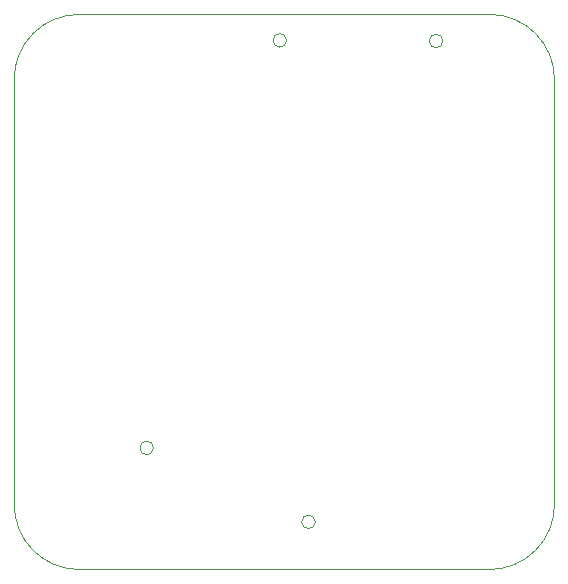
<source format=gbr>
%TF.GenerationSoftware,KiCad,Pcbnew,(6.0.6)*%
%TF.CreationDate,2023-01-10T19:01:41-05:00*%
%TF.ProjectId,STM32F4_REV1,53544d33-3246-4345-9f52-4556312e6b69,rev?*%
%TF.SameCoordinates,Original*%
%TF.FileFunction,Profile,NP*%
%FSLAX46Y46*%
G04 Gerber Fmt 4.6, Leading zero omitted, Abs format (unit mm)*
G04 Created by KiCad (PCBNEW (6.0.6)) date 2023-01-10 19:01:41*
%MOMM*%
%LPD*%
G01*
G04 APERTURE LIST*
%TA.AperFunction,Profile*%
%ADD10C,0.050000*%
%TD*%
%TA.AperFunction,Profile*%
%ADD11C,0.100000*%
%TD*%
G04 APERTURE END LIST*
D10*
X129296000Y-119460000D02*
G75*
G03*
X129296000Y-119460000I-576000J0D01*
G01*
X153806000Y-85000000D02*
G75*
G03*
X153806000Y-85000000I-576000J0D01*
G01*
X140566000Y-84950000D02*
G75*
G03*
X140566000Y-84950000I-576000J0D01*
G01*
X142996000Y-125720000D02*
G75*
G03*
X142996000Y-125720000I-576000J0D01*
G01*
D11*
X157750000Y-129750000D02*
G75*
G03*
X163250000Y-124250000I0J5500000D01*
G01*
X157750000Y-129750000D02*
X123000000Y-129750000D01*
X163250000Y-88250000D02*
G75*
G03*
X157750000Y-82750000I-5500000J0D01*
G01*
X123000000Y-82750000D02*
X157750000Y-82750000D01*
X163250000Y-88250000D02*
X163250000Y-124250000D01*
X123000000Y-82750000D02*
G75*
G03*
X117500000Y-88250000I0J-5500000D01*
G01*
X117505703Y-124250000D02*
G75*
G03*
X123000000Y-129750000I5494297J-5700D01*
G01*
X117505673Y-124250000D02*
X117500000Y-88250000D01*
M02*

</source>
